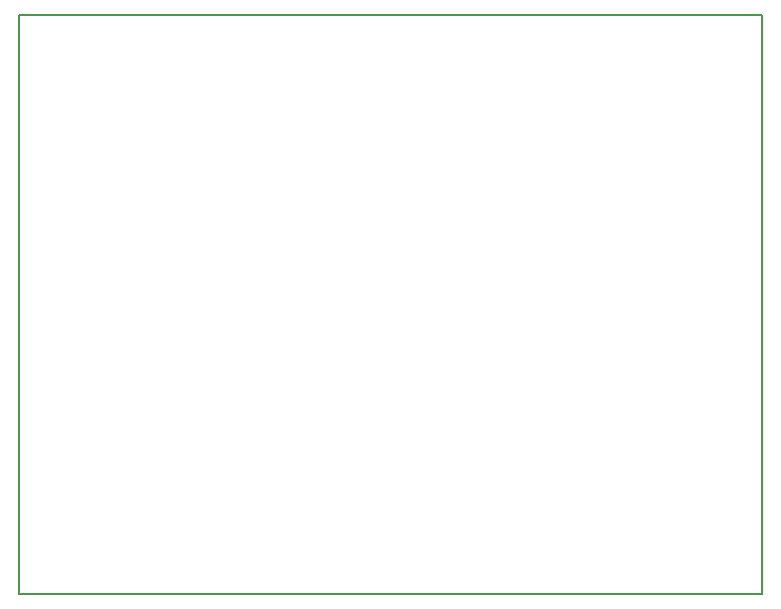
<source format=gbr>
%TF.GenerationSoftware,Altium Limited,Altium Designer,24.0.1 (36)*%
G04 Layer_Color=16711935*
%FSLAX45Y45*%
%MOMM*%
%TF.SameCoordinates,87475131-42DB-44E4-9C0F-69BDD36FC7AA*%
%TF.FilePolarity,Positive*%
%TF.FileFunction,Keep-out,Top*%
%TF.Part,Single*%
G01*
G75*
%TA.AperFunction,NonConductor*%
%ADD41C,0.12700*%
D41*
X6286500Y4902200D02*
X6286500Y0D01*
X0Y4902200D02*
X6286500D01*
X0Y0D02*
X6286500D01*
X0D02*
Y4889500D01*
%TF.MD5,6db60c40d6c2bfa05e86423e760492ec*%
M02*

</source>
